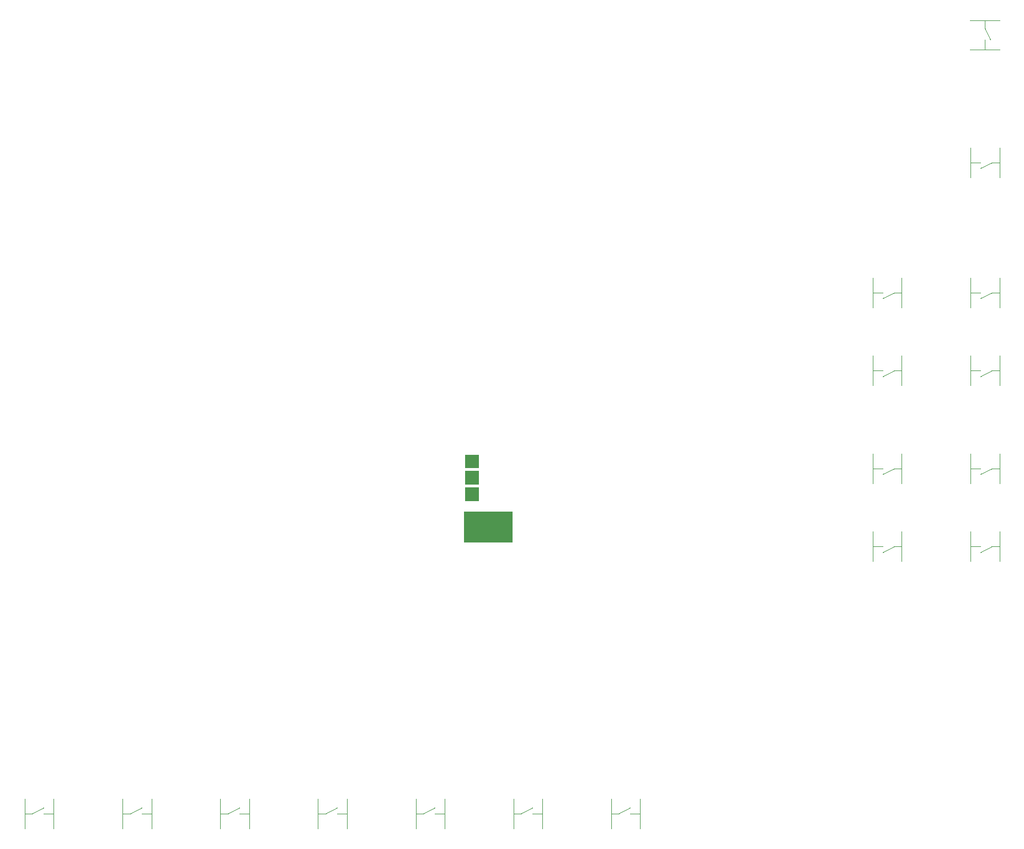
<source format=gbr>
%TF.GenerationSoftware,KiCad,Pcbnew,(5.1.6)-1*%
%TF.CreationDate,2021-02-23T18:35:17+01:00*%
%TF.ProjectId,pihpsdr Controller,70696870-7364-4722-9043-6f6e74726f6c,rev?*%
%TF.SameCoordinates,Original*%
%TF.FileFunction,OtherDrawing,Comment*%
%FSLAX46Y46*%
G04 Gerber Fmt 4.6, Leading zero omitted, Abs format (unit mm)*
G04 Created by KiCad (PCBNEW (5.1.6)-1) date 2021-02-23 18:35:17*
%MOMM*%
%LPD*%
G01*
G04 APERTURE LIST*
%ADD10C,0.120000*%
%ADD11C,0.100000*%
G04 APERTURE END LIST*
D10*
%TO.C,SW16*%
X202159000Y-139714000D02*
X202159000Y-144286000D01*
X197714000Y-144286000D02*
X197714000Y-139714000D01*
X197714000Y-142000000D02*
X198857000Y-142000000D01*
X198857000Y-142000000D02*
X200635000Y-141111000D01*
X200635000Y-142000000D02*
X202159000Y-142000000D01*
%TO.C,SW15*%
X187159000Y-139714000D02*
X187159000Y-144286000D01*
X182714000Y-144286000D02*
X182714000Y-139714000D01*
X182714000Y-142000000D02*
X183857000Y-142000000D01*
X183857000Y-142000000D02*
X185635000Y-141111000D01*
X185635000Y-142000000D02*
X187159000Y-142000000D01*
%TO.C,SW14*%
X172159000Y-139714000D02*
X172159000Y-144286000D01*
X167714000Y-144286000D02*
X167714000Y-139714000D01*
X167714000Y-142000000D02*
X168857000Y-142000000D01*
X168857000Y-142000000D02*
X170635000Y-141111000D01*
X170635000Y-142000000D02*
X172159000Y-142000000D01*
%TO.C,SW13*%
X157159000Y-139714000D02*
X157159000Y-144286000D01*
X152714000Y-144286000D02*
X152714000Y-139714000D01*
X152714000Y-142000000D02*
X153857000Y-142000000D01*
X153857000Y-142000000D02*
X155635000Y-141111000D01*
X155635000Y-142000000D02*
X157159000Y-142000000D01*
%TO.C,SW12*%
X142159000Y-139714000D02*
X142159000Y-144286000D01*
X137714000Y-144286000D02*
X137714000Y-139714000D01*
X137714000Y-142000000D02*
X138857000Y-142000000D01*
X138857000Y-142000000D02*
X140635000Y-141111000D01*
X140635000Y-142000000D02*
X142159000Y-142000000D01*
%TO.C,SW11*%
X127159000Y-139714000D02*
X127159000Y-144286000D01*
X122714000Y-144286000D02*
X122714000Y-139714000D01*
X122714000Y-142000000D02*
X123857000Y-142000000D01*
X123857000Y-142000000D02*
X125635000Y-141111000D01*
X125635000Y-142000000D02*
X127159000Y-142000000D01*
%TO.C,SW10*%
X112159000Y-139714000D02*
X112159000Y-144286000D01*
X107714000Y-144286000D02*
X107714000Y-139714000D01*
X107714000Y-142000000D02*
X108857000Y-142000000D01*
X108857000Y-142000000D02*
X110635000Y-141111000D01*
X110635000Y-142000000D02*
X112159000Y-142000000D01*
%TO.C,SW9*%
X252841000Y-103286000D02*
X252841000Y-98714000D01*
X257286000Y-98714000D02*
X257286000Y-103286000D01*
X257286000Y-101000000D02*
X256143000Y-101000000D01*
X256143000Y-101000000D02*
X254365000Y-101889000D01*
X254365000Y-101000000D02*
X252841000Y-101000000D01*
%TO.C,SW8*%
X237841000Y-103286000D02*
X237841000Y-98714000D01*
X242286000Y-98714000D02*
X242286000Y-103286000D01*
X242286000Y-101000000D02*
X241143000Y-101000000D01*
X241143000Y-101000000D02*
X239365000Y-101889000D01*
X239365000Y-101000000D02*
X237841000Y-101000000D01*
%TO.C,SW7*%
X252841000Y-91286000D02*
X252841000Y-86714000D01*
X257286000Y-86714000D02*
X257286000Y-91286000D01*
X257286000Y-89000000D02*
X256143000Y-89000000D01*
X256143000Y-89000000D02*
X254365000Y-89889000D01*
X254365000Y-89000000D02*
X252841000Y-89000000D01*
%TO.C,SW6*%
X237841000Y-91286000D02*
X237841000Y-86714000D01*
X242286000Y-86714000D02*
X242286000Y-91286000D01*
X242286000Y-89000000D02*
X241143000Y-89000000D01*
X241143000Y-89000000D02*
X239365000Y-89889000D01*
X239365000Y-89000000D02*
X237841000Y-89000000D01*
%TO.C,SW5*%
X252841000Y-76286000D02*
X252841000Y-71714000D01*
X257286000Y-71714000D02*
X257286000Y-76286000D01*
X257286000Y-74000000D02*
X256143000Y-74000000D01*
X256143000Y-74000000D02*
X254365000Y-74889000D01*
X254365000Y-74000000D02*
X252841000Y-74000000D01*
%TO.C,SW4*%
X237841000Y-76286000D02*
X237841000Y-71714000D01*
X242286000Y-71714000D02*
X242286000Y-76286000D01*
X242286000Y-74000000D02*
X241143000Y-74000000D01*
X241143000Y-74000000D02*
X239365000Y-74889000D01*
X239365000Y-74000000D02*
X237841000Y-74000000D01*
%TO.C,SW3*%
X252841000Y-64286000D02*
X252841000Y-59714000D01*
X257286000Y-59714000D02*
X257286000Y-64286000D01*
X257286000Y-62000000D02*
X256143000Y-62000000D01*
X256143000Y-62000000D02*
X254365000Y-62889000D01*
X254365000Y-62000000D02*
X252841000Y-62000000D01*
%TO.C,SW2*%
X237841000Y-64286000D02*
X237841000Y-59714000D01*
X242286000Y-59714000D02*
X242286000Y-64286000D01*
X242286000Y-62000000D02*
X241143000Y-62000000D01*
X241143000Y-62000000D02*
X239365000Y-62889000D01*
X239365000Y-62000000D02*
X237841000Y-62000000D01*
%TO.C,SW1*%
X252841000Y-44286000D02*
X252841000Y-39714000D01*
X257286000Y-39714000D02*
X257286000Y-44286000D01*
X257286000Y-42000000D02*
X256143000Y-42000000D01*
X256143000Y-42000000D02*
X254365000Y-42889000D01*
X254365000Y-42000000D02*
X252841000Y-42000000D01*
%TO.C,SW0*%
X257286000Y-24659000D02*
X252714000Y-24659000D01*
X252714000Y-20214000D02*
X257286000Y-20214000D01*
X255000000Y-20214000D02*
X255000000Y-21357000D01*
X255000000Y-21357000D02*
X255889000Y-23135000D01*
X255000000Y-23135000D02*
X255000000Y-24659000D01*
D11*
%TO.C,IC8*%
G36*
X177297000Y-91901000D02*
G01*
X175297000Y-91901000D01*
X175297000Y-93901000D01*
X177297000Y-93901000D01*
X177297000Y-91901000D01*
G37*
X177297000Y-91901000D02*
X175297000Y-91901000D01*
X175297000Y-93901000D01*
X177297000Y-93901000D01*
X177297000Y-91901000D01*
G36*
X177297000Y-89401000D02*
G01*
X175297000Y-89401000D01*
X175297000Y-91401000D01*
X177297000Y-91401000D01*
X177297000Y-89401000D01*
G37*
X177297000Y-89401000D02*
X175297000Y-89401000D01*
X175297000Y-91401000D01*
X177297000Y-91401000D01*
X177297000Y-89401000D01*
G36*
X177297000Y-86901000D02*
G01*
X175297000Y-86901000D01*
X175297000Y-88901000D01*
X177297000Y-88901000D01*
X177297000Y-86901000D01*
G37*
X177297000Y-86901000D02*
X175297000Y-86901000D01*
X175297000Y-88901000D01*
X177297000Y-88901000D01*
X177297000Y-86901000D01*
G36*
X182497000Y-95601000D02*
G01*
X175097000Y-95601000D01*
X175097000Y-100301000D01*
X182497000Y-100301000D01*
X182497000Y-95601000D01*
G37*
X182497000Y-95601000D02*
X175097000Y-95601000D01*
X175097000Y-100301000D01*
X182497000Y-100301000D01*
X182497000Y-95601000D01*
%TD*%
M02*

</source>
